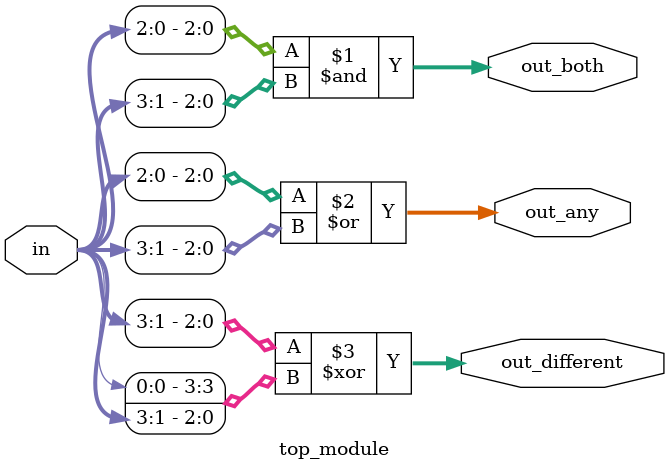
<source format=sv>
module top_module (
	input [3:0] in,
	output [2:0] out_both,
	output [3:1] out_any,
	output [3:0] out_different
);

	assign out_both = in[2:0] & in[3:1];
	assign out_any = in[2:0] | in[3:1];
	assign out_different = in[3:1] ^ {in[0], in[3:1]};

endmodule

</source>
